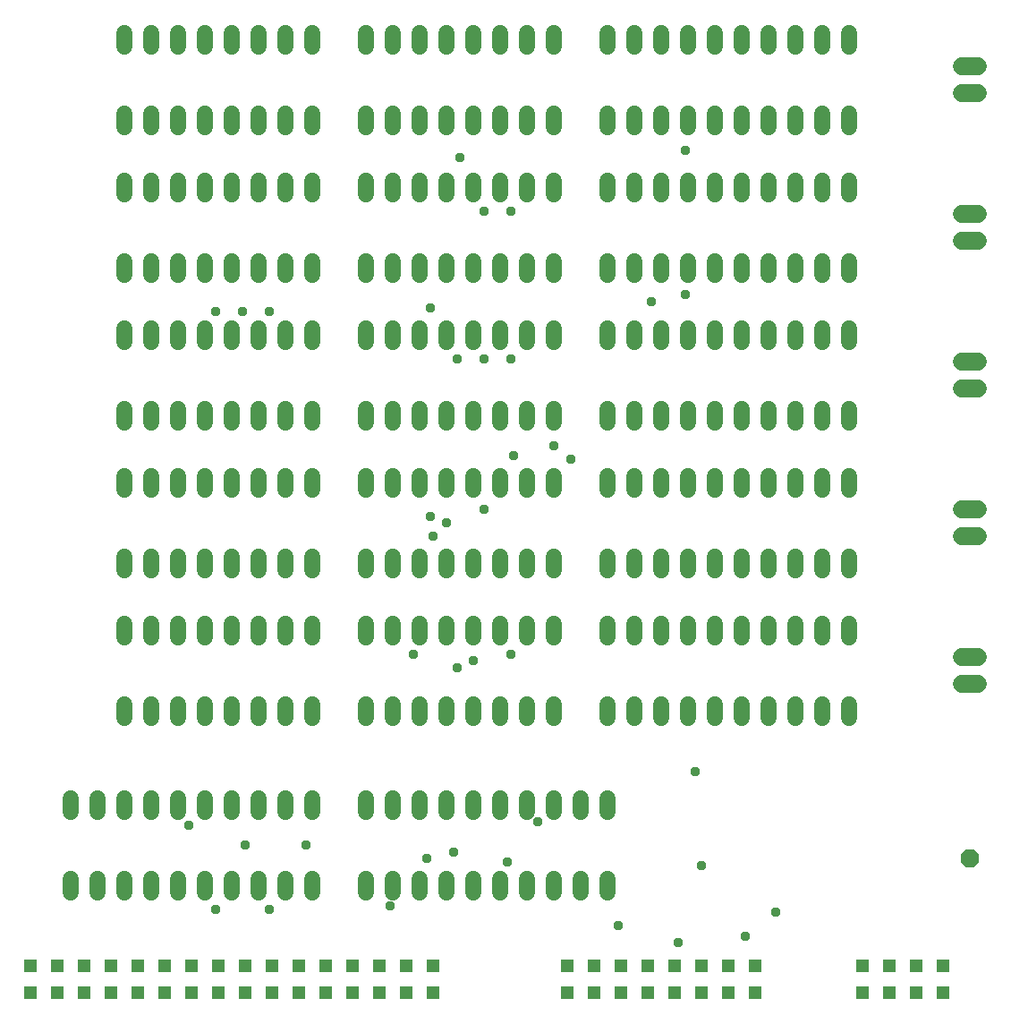
<source format=gbr>
G04 EAGLE Gerber RS-274X export*
G75*
%MOMM*%
%FSLAX34Y34*%
%LPD*%
%INSoldermask Top*%
%IPPOS*%
%AMOC8*
5,1,8,0,0,1.08239X$1,22.5*%
G01*
%ADD10C,1.524000*%
%ADD11C,1.727200*%
%ADD12R,1.261200X1.261200*%
%ADD13P,1.869504X8X22.500000*%
%ADD14C,0.959600*%


D10*
X-571500Y946404D02*
X-571500Y933196D01*
X-596900Y933196D02*
X-596900Y946404D01*
X-723900Y946404D02*
X-723900Y933196D01*
X-749300Y933196D02*
X-749300Y946404D01*
X-622300Y946404D02*
X-622300Y933196D01*
X-647700Y933196D02*
X-647700Y946404D01*
X-698500Y946404D02*
X-698500Y933196D01*
X-673100Y933196D02*
X-673100Y946404D01*
X-749300Y870204D02*
X-749300Y856996D01*
X-723900Y856996D02*
X-723900Y870204D01*
X-698500Y870204D02*
X-698500Y856996D01*
X-673100Y856996D02*
X-673100Y870204D01*
X-647700Y870204D02*
X-647700Y856996D01*
X-622300Y856996D02*
X-622300Y870204D01*
X-596900Y870204D02*
X-596900Y856996D01*
X-571500Y856996D02*
X-571500Y870204D01*
X-800100Y933196D02*
X-800100Y946404D01*
X-825500Y946404D02*
X-825500Y933196D01*
X-952500Y933196D02*
X-952500Y946404D01*
X-977900Y946404D02*
X-977900Y933196D01*
X-850900Y933196D02*
X-850900Y946404D01*
X-876300Y946404D02*
X-876300Y933196D01*
X-927100Y933196D02*
X-927100Y946404D01*
X-901700Y946404D02*
X-901700Y933196D01*
X-977900Y870204D02*
X-977900Y856996D01*
X-952500Y856996D02*
X-952500Y870204D01*
X-927100Y870204D02*
X-927100Y856996D01*
X-901700Y856996D02*
X-901700Y870204D01*
X-876300Y870204D02*
X-876300Y856996D01*
X-850900Y856996D02*
X-850900Y870204D01*
X-825500Y870204D02*
X-825500Y856996D01*
X-800100Y856996D02*
X-800100Y870204D01*
X-292100Y933196D02*
X-292100Y946404D01*
X-317500Y946404D02*
X-317500Y933196D01*
X-444500Y933196D02*
X-444500Y946404D01*
X-469900Y946404D02*
X-469900Y933196D01*
X-342900Y933196D02*
X-342900Y946404D01*
X-368300Y946404D02*
X-368300Y933196D01*
X-419100Y933196D02*
X-419100Y946404D01*
X-393700Y946404D02*
X-393700Y933196D01*
X-495300Y933196D02*
X-495300Y946404D01*
X-520700Y946404D02*
X-520700Y933196D01*
X-520700Y870204D02*
X-520700Y856996D01*
X-495300Y856996D02*
X-495300Y870204D01*
X-469900Y870204D02*
X-469900Y856996D01*
X-444500Y856996D02*
X-444500Y870204D01*
X-419100Y870204D02*
X-419100Y856996D01*
X-393700Y856996D02*
X-393700Y870204D01*
X-368300Y870204D02*
X-368300Y856996D01*
X-342900Y856996D02*
X-342900Y870204D01*
X-317500Y870204D02*
X-317500Y856996D01*
X-292100Y856996D02*
X-292100Y870204D01*
X-571500Y806704D02*
X-571500Y793496D01*
X-596900Y793496D02*
X-596900Y806704D01*
X-723900Y806704D02*
X-723900Y793496D01*
X-749300Y793496D02*
X-749300Y806704D01*
X-622300Y806704D02*
X-622300Y793496D01*
X-647700Y793496D02*
X-647700Y806704D01*
X-698500Y806704D02*
X-698500Y793496D01*
X-673100Y793496D02*
X-673100Y806704D01*
X-749300Y730504D02*
X-749300Y717296D01*
X-723900Y717296D02*
X-723900Y730504D01*
X-698500Y730504D02*
X-698500Y717296D01*
X-673100Y717296D02*
X-673100Y730504D01*
X-647700Y730504D02*
X-647700Y717296D01*
X-622300Y717296D02*
X-622300Y730504D01*
X-596900Y730504D02*
X-596900Y717296D01*
X-571500Y717296D02*
X-571500Y730504D01*
X-800100Y793496D02*
X-800100Y806704D01*
X-825500Y806704D02*
X-825500Y793496D01*
X-952500Y793496D02*
X-952500Y806704D01*
X-977900Y806704D02*
X-977900Y793496D01*
X-850900Y793496D02*
X-850900Y806704D01*
X-876300Y806704D02*
X-876300Y793496D01*
X-927100Y793496D02*
X-927100Y806704D01*
X-901700Y806704D02*
X-901700Y793496D01*
X-977900Y730504D02*
X-977900Y717296D01*
X-952500Y717296D02*
X-952500Y730504D01*
X-927100Y730504D02*
X-927100Y717296D01*
X-901700Y717296D02*
X-901700Y730504D01*
X-876300Y730504D02*
X-876300Y717296D01*
X-850900Y717296D02*
X-850900Y730504D01*
X-825500Y730504D02*
X-825500Y717296D01*
X-800100Y717296D02*
X-800100Y730504D01*
X-292100Y793496D02*
X-292100Y806704D01*
X-317500Y806704D02*
X-317500Y793496D01*
X-444500Y793496D02*
X-444500Y806704D01*
X-469900Y806704D02*
X-469900Y793496D01*
X-342900Y793496D02*
X-342900Y806704D01*
X-368300Y806704D02*
X-368300Y793496D01*
X-419100Y793496D02*
X-419100Y806704D01*
X-393700Y806704D02*
X-393700Y793496D01*
X-495300Y793496D02*
X-495300Y806704D01*
X-520700Y806704D02*
X-520700Y793496D01*
X-520700Y730504D02*
X-520700Y717296D01*
X-495300Y717296D02*
X-495300Y730504D01*
X-469900Y730504D02*
X-469900Y717296D01*
X-444500Y717296D02*
X-444500Y730504D01*
X-419100Y730504D02*
X-419100Y717296D01*
X-393700Y717296D02*
X-393700Y730504D01*
X-368300Y730504D02*
X-368300Y717296D01*
X-342900Y717296D02*
X-342900Y730504D01*
X-317500Y730504D02*
X-317500Y717296D01*
X-292100Y717296D02*
X-292100Y730504D01*
X-571500Y667004D02*
X-571500Y653796D01*
X-596900Y653796D02*
X-596900Y667004D01*
X-723900Y667004D02*
X-723900Y653796D01*
X-749300Y653796D02*
X-749300Y667004D01*
X-622300Y667004D02*
X-622300Y653796D01*
X-647700Y653796D02*
X-647700Y667004D01*
X-698500Y667004D02*
X-698500Y653796D01*
X-673100Y653796D02*
X-673100Y667004D01*
X-749300Y590804D02*
X-749300Y577596D01*
X-723900Y577596D02*
X-723900Y590804D01*
X-698500Y590804D02*
X-698500Y577596D01*
X-673100Y577596D02*
X-673100Y590804D01*
X-647700Y590804D02*
X-647700Y577596D01*
X-622300Y577596D02*
X-622300Y590804D01*
X-596900Y590804D02*
X-596900Y577596D01*
X-571500Y577596D02*
X-571500Y590804D01*
X-800100Y653796D02*
X-800100Y667004D01*
X-825500Y667004D02*
X-825500Y653796D01*
X-952500Y653796D02*
X-952500Y667004D01*
X-977900Y667004D02*
X-977900Y653796D01*
X-850900Y653796D02*
X-850900Y667004D01*
X-876300Y667004D02*
X-876300Y653796D01*
X-927100Y653796D02*
X-927100Y667004D01*
X-901700Y667004D02*
X-901700Y653796D01*
X-977900Y590804D02*
X-977900Y577596D01*
X-952500Y577596D02*
X-952500Y590804D01*
X-927100Y590804D02*
X-927100Y577596D01*
X-901700Y577596D02*
X-901700Y590804D01*
X-876300Y590804D02*
X-876300Y577596D01*
X-850900Y577596D02*
X-850900Y590804D01*
X-825500Y590804D02*
X-825500Y577596D01*
X-800100Y577596D02*
X-800100Y590804D01*
X-292100Y653796D02*
X-292100Y667004D01*
X-317500Y667004D02*
X-317500Y653796D01*
X-444500Y653796D02*
X-444500Y667004D01*
X-469900Y667004D02*
X-469900Y653796D01*
X-342900Y653796D02*
X-342900Y667004D01*
X-368300Y667004D02*
X-368300Y653796D01*
X-419100Y653796D02*
X-419100Y667004D01*
X-393700Y667004D02*
X-393700Y653796D01*
X-495300Y653796D02*
X-495300Y667004D01*
X-520700Y667004D02*
X-520700Y653796D01*
X-520700Y590804D02*
X-520700Y577596D01*
X-495300Y577596D02*
X-495300Y590804D01*
X-469900Y590804D02*
X-469900Y577596D01*
X-444500Y577596D02*
X-444500Y590804D01*
X-419100Y590804D02*
X-419100Y577596D01*
X-393700Y577596D02*
X-393700Y590804D01*
X-368300Y590804D02*
X-368300Y577596D01*
X-342900Y577596D02*
X-342900Y590804D01*
X-317500Y590804D02*
X-317500Y577596D01*
X-292100Y577596D02*
X-292100Y590804D01*
D11*
X-185420Y914400D02*
X-170180Y914400D01*
X-170180Y889000D02*
X-185420Y889000D01*
X-185420Y774700D02*
X-170180Y774700D01*
X-170180Y749300D02*
X-185420Y749300D01*
X-185420Y635000D02*
X-170180Y635000D01*
X-170180Y609600D02*
X-185420Y609600D01*
D12*
X-1066800Y38100D03*
X-1041400Y38100D03*
X-1016000Y38100D03*
X-990600Y38100D03*
X-965200Y38100D03*
X-939800Y38100D03*
X-914400Y38100D03*
X-889000Y38100D03*
X-863600Y38100D03*
X-838200Y38100D03*
X-812800Y38100D03*
X-787400Y38100D03*
X-762000Y38100D03*
X-736600Y38100D03*
X-711200Y38100D03*
X-685800Y38100D03*
X-558800Y38100D03*
X-533400Y38100D03*
X-508000Y38100D03*
X-482600Y38100D03*
X-457200Y38100D03*
X-431800Y38100D03*
X-406400Y38100D03*
X-381000Y38100D03*
X-279400Y38100D03*
X-228600Y38100D03*
X-203200Y38100D03*
X-254000Y38100D03*
X-1066800Y63500D03*
X-1041400Y63500D03*
X-1016000Y63500D03*
X-990600Y63500D03*
X-965200Y63500D03*
X-939800Y63500D03*
X-914400Y63500D03*
X-889000Y63500D03*
X-863600Y63500D03*
X-838200Y63500D03*
X-812800Y63500D03*
X-787400Y63500D03*
X-762000Y63500D03*
X-736600Y63500D03*
X-711200Y63500D03*
X-685800Y63500D03*
X-558800Y63500D03*
X-533400Y63500D03*
X-508000Y63500D03*
X-482600Y63500D03*
X-457200Y63500D03*
X-431800Y63500D03*
X-406400Y63500D03*
X-381000Y63500D03*
X-279400Y63500D03*
X-228600Y63500D03*
X-203200Y63500D03*
X-254000Y63500D03*
D10*
X-749300Y133096D02*
X-749300Y146304D01*
X-723900Y146304D02*
X-723900Y133096D01*
X-596900Y133096D02*
X-596900Y146304D01*
X-571500Y146304D02*
X-571500Y133096D01*
X-698500Y133096D02*
X-698500Y146304D01*
X-673100Y146304D02*
X-673100Y133096D01*
X-622300Y133096D02*
X-622300Y146304D01*
X-647700Y146304D02*
X-647700Y133096D01*
X-546100Y133096D02*
X-546100Y146304D01*
X-520700Y146304D02*
X-520700Y133096D01*
X-520700Y209296D02*
X-520700Y222504D01*
X-546100Y222504D02*
X-546100Y209296D01*
X-571500Y209296D02*
X-571500Y222504D01*
X-596900Y222504D02*
X-596900Y209296D01*
X-622300Y209296D02*
X-622300Y222504D01*
X-647700Y222504D02*
X-647700Y209296D01*
X-673100Y209296D02*
X-673100Y222504D01*
X-698500Y222504D02*
X-698500Y209296D01*
X-723900Y209296D02*
X-723900Y222504D01*
X-749300Y222504D02*
X-749300Y209296D01*
X-1028700Y146304D02*
X-1028700Y133096D01*
X-1003300Y133096D02*
X-1003300Y146304D01*
X-876300Y146304D02*
X-876300Y133096D01*
X-850900Y133096D02*
X-850900Y146304D01*
X-977900Y146304D02*
X-977900Y133096D01*
X-952500Y133096D02*
X-952500Y146304D01*
X-901700Y146304D02*
X-901700Y133096D01*
X-927100Y133096D02*
X-927100Y146304D01*
X-825500Y146304D02*
X-825500Y133096D01*
X-800100Y133096D02*
X-800100Y146304D01*
X-800100Y209296D02*
X-800100Y222504D01*
X-825500Y222504D02*
X-825500Y209296D01*
X-850900Y209296D02*
X-850900Y222504D01*
X-876300Y222504D02*
X-876300Y209296D01*
X-901700Y209296D02*
X-901700Y222504D01*
X-927100Y222504D02*
X-927100Y209296D01*
X-952500Y209296D02*
X-952500Y222504D01*
X-977900Y222504D02*
X-977900Y209296D01*
X-1003300Y209296D02*
X-1003300Y222504D01*
X-1028700Y222504D02*
X-1028700Y209296D01*
X-571500Y514096D02*
X-571500Y527304D01*
X-596900Y527304D02*
X-596900Y514096D01*
X-723900Y514096D02*
X-723900Y527304D01*
X-749300Y527304D02*
X-749300Y514096D01*
X-622300Y514096D02*
X-622300Y527304D01*
X-647700Y527304D02*
X-647700Y514096D01*
X-698500Y514096D02*
X-698500Y527304D01*
X-673100Y527304D02*
X-673100Y514096D01*
X-749300Y451104D02*
X-749300Y437896D01*
X-723900Y437896D02*
X-723900Y451104D01*
X-698500Y451104D02*
X-698500Y437896D01*
X-673100Y437896D02*
X-673100Y451104D01*
X-647700Y451104D02*
X-647700Y437896D01*
X-622300Y437896D02*
X-622300Y451104D01*
X-596900Y451104D02*
X-596900Y437896D01*
X-571500Y437896D02*
X-571500Y451104D01*
X-800100Y514096D02*
X-800100Y527304D01*
X-825500Y527304D02*
X-825500Y514096D01*
X-952500Y514096D02*
X-952500Y527304D01*
X-977900Y527304D02*
X-977900Y514096D01*
X-850900Y514096D02*
X-850900Y527304D01*
X-876300Y527304D02*
X-876300Y514096D01*
X-927100Y514096D02*
X-927100Y527304D01*
X-901700Y527304D02*
X-901700Y514096D01*
X-977900Y451104D02*
X-977900Y437896D01*
X-952500Y437896D02*
X-952500Y451104D01*
X-927100Y451104D02*
X-927100Y437896D01*
X-901700Y437896D02*
X-901700Y451104D01*
X-876300Y451104D02*
X-876300Y437896D01*
X-850900Y437896D02*
X-850900Y451104D01*
X-825500Y451104D02*
X-825500Y437896D01*
X-800100Y437896D02*
X-800100Y451104D01*
X-292100Y514096D02*
X-292100Y527304D01*
X-317500Y527304D02*
X-317500Y514096D01*
X-444500Y514096D02*
X-444500Y527304D01*
X-469900Y527304D02*
X-469900Y514096D01*
X-342900Y514096D02*
X-342900Y527304D01*
X-368300Y527304D02*
X-368300Y514096D01*
X-419100Y514096D02*
X-419100Y527304D01*
X-393700Y527304D02*
X-393700Y514096D01*
X-495300Y514096D02*
X-495300Y527304D01*
X-520700Y527304D02*
X-520700Y514096D01*
X-520700Y451104D02*
X-520700Y437896D01*
X-495300Y437896D02*
X-495300Y451104D01*
X-469900Y451104D02*
X-469900Y437896D01*
X-444500Y437896D02*
X-444500Y451104D01*
X-419100Y451104D02*
X-419100Y437896D01*
X-393700Y437896D02*
X-393700Y451104D01*
X-368300Y451104D02*
X-368300Y437896D01*
X-342900Y437896D02*
X-342900Y451104D01*
X-317500Y451104D02*
X-317500Y437896D01*
X-292100Y437896D02*
X-292100Y451104D01*
X-571500Y387604D02*
X-571500Y374396D01*
X-596900Y374396D02*
X-596900Y387604D01*
X-723900Y387604D02*
X-723900Y374396D01*
X-749300Y374396D02*
X-749300Y387604D01*
X-622300Y387604D02*
X-622300Y374396D01*
X-647700Y374396D02*
X-647700Y387604D01*
X-698500Y387604D02*
X-698500Y374396D01*
X-673100Y374396D02*
X-673100Y387604D01*
X-749300Y311404D02*
X-749300Y298196D01*
X-723900Y298196D02*
X-723900Y311404D01*
X-698500Y311404D02*
X-698500Y298196D01*
X-673100Y298196D02*
X-673100Y311404D01*
X-647700Y311404D02*
X-647700Y298196D01*
X-622300Y298196D02*
X-622300Y311404D01*
X-596900Y311404D02*
X-596900Y298196D01*
X-571500Y298196D02*
X-571500Y311404D01*
X-800100Y374396D02*
X-800100Y387604D01*
X-825500Y387604D02*
X-825500Y374396D01*
X-952500Y374396D02*
X-952500Y387604D01*
X-977900Y387604D02*
X-977900Y374396D01*
X-850900Y374396D02*
X-850900Y387604D01*
X-876300Y387604D02*
X-876300Y374396D01*
X-927100Y374396D02*
X-927100Y387604D01*
X-901700Y387604D02*
X-901700Y374396D01*
X-977900Y311404D02*
X-977900Y298196D01*
X-952500Y298196D02*
X-952500Y311404D01*
X-927100Y311404D02*
X-927100Y298196D01*
X-901700Y298196D02*
X-901700Y311404D01*
X-876300Y311404D02*
X-876300Y298196D01*
X-850900Y298196D02*
X-850900Y311404D01*
X-825500Y311404D02*
X-825500Y298196D01*
X-800100Y298196D02*
X-800100Y311404D01*
X-292100Y374396D02*
X-292100Y387604D01*
X-317500Y387604D02*
X-317500Y374396D01*
X-444500Y374396D02*
X-444500Y387604D01*
X-469900Y387604D02*
X-469900Y374396D01*
X-342900Y374396D02*
X-342900Y387604D01*
X-368300Y387604D02*
X-368300Y374396D01*
X-419100Y374396D02*
X-419100Y387604D01*
X-393700Y387604D02*
X-393700Y374396D01*
X-495300Y374396D02*
X-495300Y387604D01*
X-520700Y387604D02*
X-520700Y374396D01*
X-520700Y311404D02*
X-520700Y298196D01*
X-495300Y298196D02*
X-495300Y311404D01*
X-469900Y311404D02*
X-469900Y298196D01*
X-444500Y298196D02*
X-444500Y311404D01*
X-419100Y311404D02*
X-419100Y298196D01*
X-393700Y298196D02*
X-393700Y311404D01*
X-368300Y311404D02*
X-368300Y298196D01*
X-342900Y298196D02*
X-342900Y311404D01*
X-317500Y311404D02*
X-317500Y298196D01*
X-292100Y298196D02*
X-292100Y311404D01*
D11*
X-185420Y495300D02*
X-170180Y495300D01*
X-170180Y469900D02*
X-185420Y469900D01*
X-185420Y355600D02*
X-170180Y355600D01*
X-170180Y330200D02*
X-185420Y330200D01*
D13*
X-177800Y165100D03*
D14*
X-511175Y101600D03*
X-438150Y247650D03*
X-454025Y85725D03*
X-390525Y92075D03*
X-361950Y114300D03*
X-841375Y682625D03*
X-866775Y682625D03*
X-479425Y692150D03*
X-447675Y835025D03*
X-892175Y682625D03*
X-447675Y698500D03*
X-612775Y777875D03*
X-612775Y638175D03*
X-638175Y777875D03*
X-638175Y638175D03*
X-660400Y828675D03*
X-663575Y638175D03*
X-688975Y685800D03*
X-892175Y117475D03*
X-841375Y117475D03*
X-917575Y196850D03*
X-863600Y177800D03*
X-806450Y177800D03*
X-615950Y161925D03*
X-688975Y488950D03*
X-685800Y469900D03*
X-673100Y482600D03*
X-638175Y495300D03*
X-587375Y200025D03*
X-571500Y555625D03*
X-431800Y158750D03*
X-609600Y546100D03*
X-555625Y542925D03*
X-704850Y358775D03*
X-692150Y165100D03*
X-663575Y346075D03*
X-647700Y352425D03*
X-666750Y171450D03*
X-612775Y358775D03*
X-727075Y120650D03*
M02*

</source>
